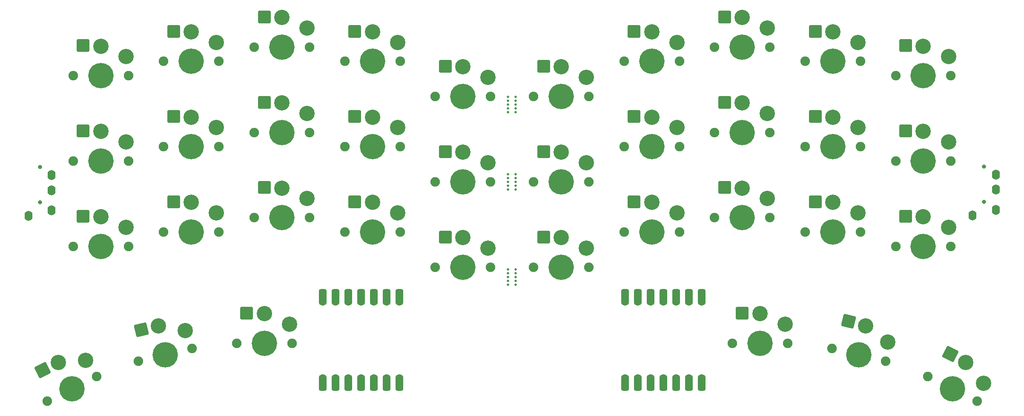
<source format=gbr>
%TF.GenerationSoftware,KiCad,Pcbnew,(6.0.6)*%
%TF.CreationDate,2022-09-11T22:53:33-06:00*%
%TF.ProjectId,miniErgo,6d696e69-4572-4676-9f2e-6b696361645f,rev?*%
%TF.SameCoordinates,Original*%
%TF.FileFunction,Soldermask,Top*%
%TF.FilePolarity,Negative*%
%FSLAX46Y46*%
G04 Gerber Fmt 4.6, Leading zero omitted, Abs format (unit mm)*
G04 Created by KiCad (PCBNEW (6.0.6)) date 2022-09-11 22:53:33*
%MOMM*%
%LPD*%
G01*
G04 APERTURE LIST*
G04 Aperture macros list*
%AMRoundRect*
0 Rectangle with rounded corners*
0 $1 Rounding radius*
0 $2 $3 $4 $5 $6 $7 $8 $9 X,Y pos of 4 corners*
0 Add a 4 corners polygon primitive as box body*
4,1,4,$2,$3,$4,$5,$6,$7,$8,$9,$2,$3,0*
0 Add four circle primitives for the rounded corners*
1,1,$1+$1,$2,$3*
1,1,$1+$1,$4,$5*
1,1,$1+$1,$6,$7*
1,1,$1+$1,$8,$9*
0 Add four rect primitives between the rounded corners*
20,1,$1+$1,$2,$3,$4,$5,0*
20,1,$1+$1,$4,$5,$6,$7,0*
20,1,$1+$1,$6,$7,$8,$9,0*
20,1,$1+$1,$8,$9,$2,$3,0*%
G04 Aperture macros list end*
%ADD10C,3.050000*%
%ADD11C,1.900000*%
%ADD12C,5.050000*%
%ADD13RoundRect,0.250000X-1.025000X-1.000000X1.025000X-1.000000X1.025000X1.000000X-1.025000X1.000000X0*%
%ADD14RoundRect,0.400000X-0.400000X1.100000X-0.400000X-1.100000X0.400000X-1.100000X0.400000X1.100000X0*%
%ADD15C,1.600000*%
%ADD16C,0.800000*%
%ADD17O,1.600000X2.000000*%
%ADD18C,0.500000*%
%ADD19RoundRect,0.250000X-0.765347X-1.210317X1.228843X-0.735234X0.765347X1.210317X-1.228843X0.735234X0*%
%ADD20RoundRect,0.250000X-0.464023X-1.354735X1.365778X-0.430436X0.464023X1.354735X-1.365778X0.430436X0*%
%ADD21RoundRect,0.400000X0.400000X-1.100000X0.400000X1.100000X-0.400000X1.100000X-0.400000X-1.100000X0*%
%ADD22RoundRect,0.250000X-1.365778X-0.430436X0.464023X-1.354735X1.365778X0.430436X-0.464023X1.354735X0*%
%ADD23RoundRect,0.250000X-1.228843X-0.735234X0.765347X-1.210317X1.228843X0.735234X-0.765347X1.210317X0*%
G04 APERTURE END LIST*
D10*
%TO.C,SWB4*%
X94589912Y-44686200D03*
D11*
X95089912Y-48486200D03*
X84089912Y-48486200D03*
D12*
X89589912Y-48486200D03*
D10*
X89589912Y-42586200D03*
D13*
X86089912Y-42486200D03*
%TD*%
D14*
%TO.C,M2*%
X130928825Y-95372500D03*
D15*
X130928825Y-96372500D03*
X128388825Y-96372500D03*
D14*
X128388825Y-95372500D03*
D15*
X125848825Y-96372500D03*
D14*
X125848825Y-95372500D03*
D15*
X123308825Y-96372500D03*
D14*
X123308825Y-95372500D03*
D15*
X120768825Y-96372500D03*
D14*
X120768825Y-95372500D03*
D15*
X118228825Y-96372500D03*
D14*
X118228825Y-95372500D03*
X115688825Y-95372500D03*
D15*
X115688825Y-96372500D03*
X115688825Y-111607500D03*
D14*
X115688825Y-112607500D03*
X118228825Y-112607500D03*
D15*
X118228825Y-111607500D03*
D14*
X120768825Y-112607500D03*
D15*
X120768825Y-111607500D03*
X123308825Y-111607500D03*
D14*
X123308825Y-112607500D03*
X125848825Y-112607500D03*
D15*
X125848825Y-111607500D03*
X128388825Y-111607500D03*
D14*
X128388825Y-112607500D03*
D15*
X130928825Y-111607500D03*
D14*
X130928825Y-112607500D03*
%TD*%
D11*
%TO.C,SW10*%
X222639912Y-48486200D03*
X211639912Y-48486200D03*
D10*
X217139912Y-42586200D03*
X222139912Y-44686200D03*
D12*
X217139912Y-48486200D03*
D13*
X213639912Y-42486200D03*
%TD*%
D16*
%TO.C,J2*%
X59489946Y-69548600D03*
X59489946Y-76548600D03*
D17*
X61789946Y-74148600D03*
X61789946Y-71148600D03*
X57189946Y-79248600D03*
X61789946Y-78148600D03*
%TD*%
D10*
%TO.C,SWB8*%
X112589912Y-58830000D03*
D11*
X113089912Y-62630000D03*
D12*
X107589912Y-62630000D03*
D11*
X102089912Y-62630000D03*
D10*
X107589912Y-56730000D03*
D13*
X104089912Y-56630000D03*
%TD*%
D18*
%TO.C,mouse-bite-3mm-slot*%
X154089946Y-91497950D03*
X154089946Y-92997950D03*
X154089946Y-89961950D03*
X152589946Y-92247950D03*
X154089946Y-90723950D03*
X152589946Y-89961950D03*
X154089946Y-92247950D03*
X152589946Y-90723950D03*
X152589946Y-92997950D03*
X152589946Y-91497950D03*
%TD*%
D10*
%TO.C,SWB12*%
X130589912Y-78686200D03*
X125589912Y-76586200D03*
D11*
X120089912Y-82486200D03*
X131089912Y-82486200D03*
D12*
X125589912Y-82486200D03*
D13*
X122089912Y-76486200D03*
%TD*%
D10*
%TO.C,SW16*%
X207640087Y-100830000D03*
D12*
X202640087Y-104630000D03*
D11*
X197140087Y-104630000D03*
X208140087Y-104630000D03*
D10*
X202640087Y-98730000D03*
D13*
X199140087Y-98630000D03*
%TD*%
D11*
%TO.C,SW11*%
X222639912Y-65486200D03*
D10*
X217139912Y-59586200D03*
D12*
X217139912Y-65486200D03*
D11*
X211639912Y-65486200D03*
D10*
X222139912Y-61686200D03*
D13*
X213639912Y-59486200D03*
%TD*%
D11*
%TO.C,SWB13*%
X149089912Y-55485950D03*
X138089912Y-55485950D03*
D12*
X143589912Y-55485950D03*
D10*
X148589912Y-51685950D03*
X143589912Y-49585950D03*
D13*
X140089912Y-49485950D03*
%TD*%
D10*
%TO.C,SWB18*%
X104089737Y-98730000D03*
X109089737Y-100830000D03*
D12*
X104089737Y-104630000D03*
D11*
X109589737Y-104630000D03*
X98589737Y-104630000D03*
D13*
X100589737Y-98630000D03*
%TD*%
D11*
%TO.C,SWB14*%
X149089912Y-72485950D03*
X138089912Y-72485950D03*
D10*
X148589912Y-68685950D03*
D12*
X143589912Y-72485950D03*
D10*
X143589912Y-66585950D03*
D13*
X140089912Y-66485950D03*
%TD*%
D10*
%TO.C,SW15*%
X240139912Y-81542400D03*
X235139912Y-79442400D03*
D11*
X240639912Y-85342400D03*
X229639912Y-85342400D03*
D12*
X235139912Y-85342400D03*
D13*
X231639912Y-79342400D03*
%TD*%
D11*
%TO.C,SW2*%
X157639912Y-72485950D03*
D10*
X168139912Y-68685950D03*
D11*
X168639912Y-72485950D03*
D12*
X163139912Y-72485950D03*
D10*
X163139912Y-66585950D03*
D13*
X159639912Y-66485950D03*
%TD*%
D11*
%TO.C,SWB10*%
X120089912Y-48486200D03*
D10*
X130589912Y-44686200D03*
X125589912Y-42586200D03*
D12*
X125589912Y-48486200D03*
D11*
X131089912Y-48486200D03*
D13*
X122089912Y-42486200D03*
%TD*%
D10*
%TO.C,SW4*%
X181139912Y-42586200D03*
X186139912Y-44686200D03*
D11*
X175639912Y-48486200D03*
X186639912Y-48486200D03*
D12*
X181139912Y-48486200D03*
D13*
X177639912Y-42486200D03*
%TD*%
D10*
%TO.C,SW14*%
X235139912Y-62442400D03*
D11*
X240639912Y-68342400D03*
X229639912Y-68342400D03*
D10*
X240139912Y-64542400D03*
D12*
X235139912Y-68342400D03*
D13*
X231639912Y-62342400D03*
%TD*%
D18*
%TO.C,mouse-bite-3mm-slot*%
X154089946Y-58597950D03*
X152589946Y-57847950D03*
X154089946Y-57847950D03*
X152589946Y-57097950D03*
X154089946Y-57097950D03*
X152589946Y-56323950D03*
X154089946Y-55561950D03*
X154089946Y-56323950D03*
X152589946Y-58597950D03*
X152589946Y-55561950D03*
%TD*%
D10*
%TO.C,SWB17*%
X83047998Y-101198924D03*
X88398548Y-102083014D03*
D12*
X84415311Y-106938302D03*
D11*
X79065044Y-108212915D03*
X89765578Y-105663689D03*
D19*
X79620108Y-101912764D03*
%TD*%
D18*
%TO.C,mouse-bite-3mm-slot*%
X152589946Y-73997950D03*
X152589946Y-71723950D03*
X152589946Y-73247950D03*
X154089946Y-73997950D03*
X154089946Y-73247950D03*
X152589946Y-70961950D03*
X154089946Y-71723950D03*
X152589946Y-72497950D03*
X154089946Y-72497950D03*
X154089946Y-70961950D03*
%TD*%
D10*
%TO.C,SWB1*%
X76589912Y-47542400D03*
D11*
X77089912Y-51342400D03*
X66089912Y-51342400D03*
D12*
X71589912Y-51342400D03*
D10*
X71589912Y-45442400D03*
D13*
X68089912Y-45342400D03*
%TD*%
D11*
%TO.C,SW13*%
X240639912Y-51342400D03*
D12*
X235139912Y-51342400D03*
D10*
X240139912Y-47542400D03*
D11*
X229639912Y-51342400D03*
D10*
X235139912Y-45442400D03*
D13*
X231639912Y-45342400D03*
%TD*%
D11*
%TO.C,SWB16*%
X60900239Y-116217663D03*
D12*
X65809461Y-113737837D03*
D10*
X68559055Y-108091623D03*
X63149284Y-108471581D03*
D11*
X70718683Y-111258011D03*
D20*
X59980145Y-109960393D03*
%TD*%
D12*
%TO.C,SW7*%
X199139912Y-45630000D03*
D11*
X193639912Y-45630000D03*
D10*
X199139912Y-39730000D03*
D11*
X204639912Y-45630000D03*
D10*
X204139912Y-41830000D03*
D13*
X195639912Y-39630000D03*
%TD*%
D10*
%TO.C,SWB3*%
X76589912Y-81542400D03*
D12*
X71589912Y-85342400D03*
D11*
X66089912Y-85342400D03*
D10*
X71589912Y-79442400D03*
D11*
X77089912Y-85342400D03*
D13*
X68089912Y-79342400D03*
%TD*%
D10*
%TO.C,SW9*%
X204139912Y-75830000D03*
D12*
X199139912Y-79630000D03*
D11*
X204639912Y-79630000D03*
D10*
X199139912Y-73730000D03*
D11*
X193639912Y-79630000D03*
D13*
X195639912Y-73630000D03*
%TD*%
D11*
%TO.C,SWB15*%
X138089912Y-89485950D03*
D10*
X148589912Y-85685950D03*
D11*
X149089912Y-89485950D03*
D10*
X143589912Y-83585950D03*
D12*
X143589912Y-89485950D03*
D13*
X140089912Y-83485950D03*
%TD*%
D11*
%TO.C,SWB9*%
X102089912Y-79630000D03*
D10*
X112589912Y-75830000D03*
D12*
X107589912Y-79630000D03*
D10*
X107589912Y-73730000D03*
D11*
X113089912Y-79630000D03*
D13*
X104089912Y-73630000D03*
%TD*%
D10*
%TO.C,SWB6*%
X89589912Y-76586200D03*
D11*
X95089912Y-82486200D03*
D10*
X94589912Y-78686200D03*
D12*
X89589912Y-82486200D03*
D11*
X84089912Y-82486200D03*
D13*
X86089912Y-76486200D03*
%TD*%
D11*
%TO.C,SWB7*%
X113089912Y-45630000D03*
D10*
X112589912Y-41830000D03*
D11*
X102089912Y-45630000D03*
D10*
X107589912Y-39730000D03*
D12*
X107589912Y-45630000D03*
D13*
X104089912Y-39630000D03*
%TD*%
D21*
%TO.C,M1*%
X175801000Y-112607500D03*
D15*
X175801000Y-111607500D03*
D21*
X178341000Y-112607500D03*
D15*
X178341000Y-111607500D03*
X180881000Y-111607500D03*
D21*
X180881000Y-112607500D03*
X183421000Y-112607500D03*
D15*
X183421000Y-111607500D03*
X185961000Y-111607500D03*
D21*
X185961000Y-112607500D03*
D15*
X188501000Y-111607500D03*
D21*
X188501000Y-112607500D03*
D15*
X191041000Y-111607500D03*
D21*
X191041000Y-112607500D03*
D15*
X191041000Y-96372500D03*
D21*
X191041000Y-95372500D03*
D15*
X188501000Y-96372500D03*
D21*
X188501000Y-95372500D03*
X185961000Y-95372500D03*
D15*
X185961000Y-96372500D03*
X183421000Y-96372500D03*
D21*
X183421000Y-95372500D03*
D15*
X180881000Y-96372500D03*
D21*
X180881000Y-95372500D03*
X178341000Y-95372500D03*
D15*
X178341000Y-96372500D03*
D21*
X175801000Y-95372500D03*
D15*
X175801000Y-96372500D03*
%TD*%
D12*
%TO.C,SW6*%
X181139912Y-82486200D03*
D10*
X181139912Y-76586200D03*
D11*
X175639912Y-82486200D03*
X186639912Y-82486200D03*
D10*
X186139912Y-78686200D03*
D13*
X177639912Y-76486200D03*
%TD*%
D11*
%TO.C,SW3*%
X168639912Y-89485950D03*
D12*
X163139912Y-89485950D03*
D10*
X168139912Y-85685950D03*
X163139912Y-83585950D03*
D11*
X157639912Y-89485950D03*
D13*
X159639912Y-83485950D03*
%TD*%
D16*
%TO.C,J1*%
X247239946Y-69448600D03*
X247239946Y-76448600D03*
D17*
X249539946Y-74048600D03*
X249539946Y-71048600D03*
X244939946Y-79148600D03*
X249539946Y-78048600D03*
%TD*%
D12*
%TO.C,SW18*%
X240920363Y-113737837D03*
D11*
X245829585Y-116217663D03*
D10*
X247096627Y-112600399D03*
D11*
X236011141Y-111258011D03*
D10*
X243580540Y-108471581D03*
D22*
X240501578Y-106804251D03*
%TD*%
D10*
%TO.C,SW1*%
X168139912Y-51685950D03*
X163139912Y-49585950D03*
D12*
X163139912Y-55485950D03*
D11*
X157639912Y-55485950D03*
X168639912Y-55485950D03*
D13*
X159639912Y-49485950D03*
%TD*%
D10*
%TO.C,SWB5*%
X89589912Y-59586200D03*
D11*
X95089912Y-65486200D03*
X84089912Y-65486200D03*
D10*
X94589912Y-61686200D03*
D12*
X89589912Y-65486200D03*
D13*
X86089912Y-59486200D03*
%TD*%
D11*
%TO.C,SWB2*%
X66089912Y-68342400D03*
X77089912Y-68342400D03*
D10*
X76589912Y-64542400D03*
D12*
X71589912Y-68342400D03*
D10*
X71589912Y-62442400D03*
D13*
X68089912Y-62342400D03*
%TD*%
D10*
%TO.C,SW5*%
X181139912Y-59586200D03*
X186139912Y-61686200D03*
D11*
X186639912Y-65486200D03*
D12*
X181139912Y-65486200D03*
D11*
X175639912Y-65486200D03*
D13*
X177639912Y-59486200D03*
%TD*%
D11*
%TO.C,SW12*%
X222639912Y-82486200D03*
D10*
X222139912Y-78686200D03*
D12*
X217139912Y-82486200D03*
D10*
X217139912Y-76586200D03*
D11*
X211639912Y-82486200D03*
D13*
X213639912Y-76486200D03*
%TD*%
D10*
%TO.C,SW17*%
X223681826Y-101198924D03*
D12*
X222314513Y-106938302D03*
D10*
X228059034Y-104400493D03*
D11*
X227664780Y-108212915D03*
X216964246Y-105663689D03*
D23*
X220300285Y-100290529D03*
%TD*%
D12*
%TO.C,SW8*%
X199139912Y-62630000D03*
D11*
X193639912Y-62630000D03*
D10*
X204139912Y-58830000D03*
D11*
X204639912Y-62630000D03*
D10*
X199139912Y-56730000D03*
D13*
X195639912Y-56630000D03*
%TD*%
D11*
%TO.C,SWB11*%
X120089912Y-65486200D03*
D10*
X130589912Y-61686200D03*
X125589912Y-59586200D03*
D12*
X125589912Y-65486200D03*
D11*
X131089912Y-65486200D03*
D13*
X122089912Y-59486200D03*
%TD*%
M02*

</source>
